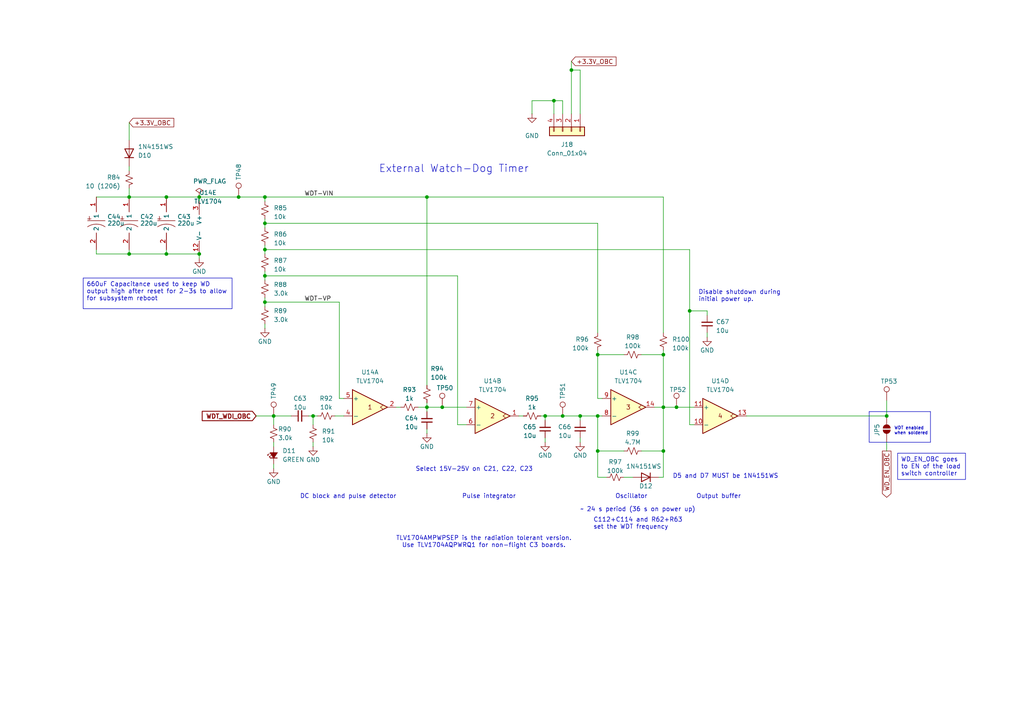
<source format=kicad_sch>
(kicad_sch (version 20250114) (generator "eeschema") (generator_version "9.0")
  (paper "A4")
  (lib_symbols
    (symbol "Connector:TestPoint" (pin_numbers (hide yes)) (pin_names (offset 0.762) (hide yes))
      (property "Reference" "TP" (at 0 6.858 0))
      (property "Value" "TestPoint" (at 0 5.08 0))
      (symbol "TestPoint_0_1"
        (circle (center 0 3.302) (radius 0.762))
      )
      (symbol "TestPoint_1_1"
        (pin passive line (at 0 0 90) (length 2.54) (name "1") (number "1"))
      )
    )
    (symbol "Connector_Generic:Conn_01x04" (pin_names (offset 1.016) (hide yes))
      (property "Reference" "J" (at 0 5.08 0))
      (property "Value" "Conn_01x04" (at 0 -7.62 0))
      (symbol "Conn_01x04_1_1"
        (rectangle (start -1.27 3.81) (end 1.27 -6.35) (stroke (width 0.254)) (fill (type background)))
        (rectangle (start -1.27 2.667) (end 0 2.413) (stroke (width 0.1524)))
        (rectangle (start -1.27 0.127) (end 0 -0.127) (stroke (width 0.1524)))
        (rectangle (start -1.27 -2.413) (end 0 -2.667) (stroke (width 0.1524)))
        (rectangle (start -1.27 -4.953) (end 0 -5.207) (stroke (width 0.1524)))
        (pin passive line (at -5.08 2.54 0) (length 3.81) (name "Pin_1") (number "1"))
        (pin passive line (at -5.08 0 0) (length 3.81) (name "Pin_2") (number "2"))
        (pin passive line (at -5.08 -2.54 0) (length 3.81) (name "Pin_3") (number "3"))
        (pin passive line (at -5.08 -5.08 0) (length 3.81) (name "Pin_4") (number "4"))
      )
    )
    (symbol "Device:C_Small" (pin_numbers (hide yes)) (pin_names (offset 0.254) (hide yes))
      (property "Reference" "C" (at 0.254 1.778 0))
      (property "Value" "C_Small" (at 0.254 -2.032 0))
      (symbol "C_Small_0_1"
        (polyline (pts (xy -1.524 0.508) (xy 1.524 0.508)) (stroke (width 0.3048)))
        (polyline (pts (xy -1.524 -0.508) (xy 1.524 -0.508)) (stroke (width 0.3302)))
      )
      (symbol "C_Small_1_1"
        (pin passive line (at 0 2.54 270) (length 2.032) (name "~") (number "1"))
        (pin passive line (at 0 -2.54 90) (length 2.032) (name "~") (number "2"))
      )
    )
    (symbol "Device:LED_Small_Filled" (pin_numbers (hide yes)) (pin_names (offset 0.254) (hide yes))
      (property "Reference" "D" (at -1.27 3.175 0))
      (property "Value" "LED_Small_Filled" (at -4.445 -2.54 0))
      (symbol "LED_Small_Filled_0_1"
        (polyline (pts (xy -0.762 -1.016) (xy -0.762 1.016)) (stroke (width 0.254)))
        (polyline (pts (xy 0 0.762) (xy -0.508 1.27) (xy -0.254 1.27) (xy -0.508 1.27) (xy -0.508 1.016)))
        (polyline (pts (xy 0.508 1.27) (xy 0 1.778) (xy 0.254 1.778) (xy 0 1.778) (xy 0 1.524)))
        (polyline (pts (xy 0.762 -1.016) (xy -0.762 0) (xy 0.762 1.016) (xy 0.762 -1.016)) (stroke (width 0.254)) (fill (type outline)))
        (polyline (pts (xy 1.016 0) (xy -0.762 0)))
      )
      (symbol "LED_Small_Filled_1_1"
        (pin passive line (at -2.54 0 0) (length 1.778) (name "K") (number "1"))
        (pin passive line (at 2.54 0 180) (length 1.778) (name "A") (number "2"))
      )
    )
    (symbol "Device:R_Small_US" (pin_numbers (hide yes)) (pin_names (offset 0.254) (hide yes))
      (property "Reference" "R" (at 0.762 0.508 0))
      (property "Value" "R_Small_US" (at 0.762 -1.016 0))
      (symbol "R_Small_US_1_1"
        (polyline (pts (xy 0 1.524) (xy 1.016 1.143) (xy 0 0.762) (xy -1.016 0.381) (xy 0 0)))
        (polyline (pts (xy 0 0) (xy 1.016 -0.381) (xy 0 -0.762) (xy -1.016 -1.143) (xy 0 -1.524)))
        (pin passive line (at 0 2.54 270) (length 1.016) (name "~") (number "1"))
        (pin passive line (at 0 -2.54 90) (length 1.016) (name "~") (number "2"))
      )
    )
    (symbol "EPS:1N4151WS" (pin_numbers (hide yes)) (pin_names (offset 1.016) (hide yes))
      (property "Reference" "D" (at 0 2.54 0))
      (property "Value" "1N4151WS" (at 0 -2.54 0))
      (symbol "1N4151WS_0_1"
        (polyline (pts (xy -1.27 1.27) (xy -1.27 -1.27)) (stroke (width 0.254)))
        (polyline (pts (xy 1.27 1.27) (xy 1.27 -1.27) (xy -1.27 0) (xy 1.27 1.27)) (stroke (width 0.254)))
        (polyline (pts (xy 1.27 0) (xy -1.27 0)))
      )
      (symbol "1N4151WS_1_1"
        (pin passive line (at -3.81 0 0) (length 2.54) (name "K") (number "1"))
        (pin passive line (at 3.81 0 180) (length 2.54) (name "A") (number "2"))
      )
    )
    (symbol "EPS:CA45-D-10V-220μF-K"
      (property "Reference" "C" (at 0 5.08 0))
      (property "Value" "220u" (at 0 -5.08 0))
      (symbol "CA45-D-10V-220μF-K_0_1"
        (arc (start -1.02 2.54) (mid -0.31 0.81) (end -0.25 0))
        (arc (start -0.25 0) (mid -0.27 -0.53) (end -1.02 -2.54))
        (polyline (pts (xy 0.76 2.54) (xy 0.76 -2.54)))
        (rectangle (start 1.02 2.03) (end 2.03 2.03) (fill (type background)))
        (rectangle (start 1.27 2.54) (end 1.27 1.52) (fill (type background)))
        (pin unspecified line (at -7.62 0 0) (length 4.826) (name "2") (number "2"))
        (pin unspecified line (at 7.62 0 180) (length 4.318) (name "1") (number "1"))
      )
    )
    (symbol "EPS:TLV1704AIPWR" (pin_names (offset 0.127))
      (property "Reference" "U13" (at 0 10.16 0))
      (property "Value" "TLV1704" (at 0 7.62 0))
      (symbol "TLV1704AIPWR_1_1"
        (polyline (pts (xy -5.08 5.08) (xy 5.08 0) (xy -5.08 -5.08) (xy -5.08 5.08)) (stroke (width 0.254)) (fill (type background)))
        (polyline (pts (xy 3.048 0) (xy 3.81 -0.635)))
        (polyline (pts (xy 3.81 0.635) (xy 3.048 0)))
        (text "1" (at 0 0 0) (effects (font (size 1.27 1.27))))
        (pin input line (at -7.62 2.54 0) (length 2.54) (name "+") (number "5"))
        (pin input line (at -7.62 -2.54 0) (length 2.54) (name "-") (number "4"))
        (pin open_collector line (at 7.62 0 180) (length 2.54) (name "~") (number "2"))
      )
      (symbol "TLV1704AIPWR_2_1"
        (polyline (pts (xy -5.08 5.08) (xy 5.08 0) (xy -5.08 -5.08) (xy -5.08 5.08)) (stroke (width 0.254)) (fill (type background)))
        (polyline (pts (xy 3.048 0) (xy 3.81 -0.635)))
        (polyline (pts (xy 3.81 0.635) (xy 3.048 0)))
        (text "2" (at 0 0 0) (effects (font (size 1.27 1.27))))
        (pin input line (at -7.62 2.54 0) (length 2.54) (name "+") (number "7"))
        (pin input line (at -7.62 -2.54 0) (length 2.54) (name "-") (number "6"))
        (pin open_collector line (at 7.62 0 180) (length 2.54) (name "~") (number "1"))
      )
      (symbol "TLV1704AIPWR_3_1"
        (polyline (pts (xy -5.08 5.08) (xy 5.08 0) (xy -5.08 -5.08) (xy -5.08 5.08)) (stroke (width 0.254)) (fill (type background)))
        (polyline (pts (xy 3.048 0) (xy 3.81 -0.635)))
        (polyline (pts (xy 3.81 0.635) (xy 3.048 0)))
        (text "3" (at 0 0 0) (effects (font (size 1.27 1.27))))
        (pin input line (at -7.62 2.54 0) (length 2.54) (name "+") (number "9"))
        (pin input line (at -7.62 -2.54 0) (length 2.54) (name "-") (number "8"))
        (pin open_collector line (at 7.62 0 180) (length 2.54) (name "~") (number "14"))
      )
      (symbol "TLV1704AIPWR_4_1"
        (polyline (pts (xy -5.08 5.08) (xy 5.08 0) (xy -5.08 -5.08) (xy -5.08 5.08)) (stroke (width 0.254)) (fill (type background)))
        (polyline (pts (xy 3.048 0) (xy 3.81 -0.635)))
        (polyline (pts (xy 3.81 0.635) (xy 3.048 0)))
        (text "4" (at 0 0 0) (effects (font (size 1.27 1.27))))
        (pin input line (at -7.62 2.54 0) (length 2.54) (name "+") (number "11"))
        (pin input line (at -7.62 -2.54 0) (length 2.54) (name "-") (number "10"))
        (pin open_collector line (at 7.62 0 180) (length 2.54) (name "~") (number "13"))
      )
      (symbol "TLV1704AIPWR_5_1"
        (pin power_in line (at -2.54 7.62 270) (length 3.81) (name "V+") (number "3"))
        (pin power_in line (at -2.54 -7.62 90) (length 3.81) (name "V-") (number "12"))
      )
    )
    (symbol "Jumper:SolderJumper_2_Open" (pin_numbers (hide yes)) (pin_names (offset 0) (hide yes)) (exclude_from_sim yes) (in_bom no)
      (property "Reference" "JP" (at 0 2.032 0))
      (property "Value" "SolderJumper_2_Open" (at 0 -2.54 0))
      (symbol "SolderJumper_2_Open_0_1"
        (polyline (pts (xy -0.254 1.016) (xy -0.254 -1.016)))
        (arc (start -0.254 -1.016) (mid -1.2656 0) (end -0.254 1.016))
        (arc (start -0.254 -1.016) (mid -1.2656 0) (end -0.254 1.016) (fill (type outline)))
        (arc (start 0.254 1.016) (mid 1.2656 0) (end 0.254 -1.016))
        (arc (start 0.254 1.016) (mid 1.2656 0) (end 0.254 -1.016) (fill (type outline)))
        (polyline (pts (xy 0.254 1.016) (xy 0.254 -1.016)))
      )
      (symbol "SolderJumper_2_Open_1_1"
        (pin passive line (at -3.81 0 0) (length 2.54) (name "A") (number "1"))
        (pin passive line (at 3.81 0 180) (length 2.54) (name "B") (number "2"))
      )
    )
    (symbol "power:GND" (power) (pin_numbers (hide yes)) (pin_names (offset 0) (hide yes))
      (property "Value" "GND" (at 0 -3.81 0))
      (symbol "GND_0_1"
        (polyline (pts (xy 0 0) (xy 0 -1.27) (xy 1.27 -1.27) (xy 0 -2.54) (xy -1.27 -1.27) (xy 0 -1.27)))
      )
      (symbol "GND_1_1"
        (pin power_in line (at 0 0 270) (length 0) (name "~") (number "1"))
      )
    )
    (symbol "power:PWR_FLAG" (power) (pin_numbers (hide yes)) (pin_names (offset 0) (hide yes))
      (property "Value" "PWR_FLAG" (at 0 3.81 0))
      (symbol "PWR_FLAG_0_0"
        (pin power_out line (at 0 0 90) (length 0) (name "~") (number "1"))
      )
      (symbol "PWR_FLAG_0_1"
        (polyline (pts (xy 0 0) (xy 0 1.27) (xy -1.016 1.905) (xy 0 2.54) (xy 1.016 1.905) (xy 0 1.27)))
      )
    )
  )
  (text "Oscillator" (at 178.435 144.78 0) (effects (font (size 1.27 1.27)) (justify left bottom)))
  (text "Output buffer" (at 201.93 144.78 0) (effects (font (size 1.27 1.27)) (justify left bottom)))
  (text "DC block and pulse detector" (at 86.995 144.78 0) (effects (font (size 1.27 1.27)) (justify left bottom)))
  (text "D5 and D7 MUST be 1N4151WS" (at 210.439 138.176 0) (effects (font (size 1.27 1.27))))
  (text "Disable shutdown during\ninitial power up." (at 202.565 87.63 0) (effects (font (size 1.27 1.27)) (justify left bottom)))
  (text "Select 15V-25V on C21, C22, C23" (at 137.541 136.144 0) (effects (font (size 1.27 1.27))))
  (text "Pulse integrator" (at 133.985 144.78 0) (effects (font (size 1.27 1.27)) (justify left bottom)))
  (text "WDT enabled\nwhen soldered" (at 259.334 126.238 0) (effects (font (size 0.889 0.889)) (justify left bottom)))
  (text "TLV1704AMPWPSEP is the radiation tolerant version.\nUse TLV1704AQPWRQ1 for non-flight C3 boards." (at 140.335 157.226 0) (effects (font (size 1.27 1.27))))
  (text "External Watch-Dog Timer" (at 109.855 50.292 0) (effects (font (size 2.159 2.159)) (justify left bottom)))
  (text "C112+C114 and R62+R63 \nset the WDT frequency" (at 172.085 153.67 0) (effects (font (size 1.27 1.27)) (justify left bottom)))
  (text "~ 24 s period (36 s on power up)" (at 168.275 148.59 0) (effects (font (size 1.27 1.27)) (justify left bottom)))
  (text_box "660uF Capacitance used to keep WD output high after reset for 2-3s to allow for subsystem reboot" (at 24.13 80.645 0) (size 43.18 8.89) (margins 0.9525 0.9525 0.9525 0.9525) (effects (font (size 1.27 1.27)) (justify left top)))
  (text_box "WD_EN_OBC goes to EN of the load switch controller" (at 260.35 131.445 0) (size 19.685 7.62) (margins 0.9525 0.9525 0.9525 0.9525) (effects (font (size 1.27 1.27)) (justify left top)))
  (junction (at 192.405 130.81))
  (junction (at 163.195 120.65))
  (junction (at 160.655 29.21))
  (junction (at 90.805 120.65))
  (junction (at 196.215 118.11))
  (junction (at 173.355 102.87))
  (junction (at 48.26 57.15))
  (junction (at 76.835 72.39))
  (junction (at 76.835 87.63))
  (junction (at 37.465 73.66))
  (junction (at 69.215 57.15))
  (junction (at 76.835 64.77))
  (junction (at 37.465 57.15))
  (junction (at 123.825 118.11))
  (junction (at 173.355 120.65))
  (junction (at 173.355 130.81))
  (junction (at 200.025 90.17))
  (junction (at 192.405 118.11))
  (junction (at 76.835 57.15))
  (junction (at 57.785 57.15))
  (junction (at 165.735 20.32))
  (junction (at 79.375 120.65))
  (junction (at 192.405 102.87))
  (junction (at 158.115 120.65))
  (junction (at 257.175 120.65))
  (junction (at 57.785 73.66))
  (junction (at 48.26 73.66))
  (junction (at 168.275 120.65))
  (junction (at 128.27 118.11))
  (junction (at 123.825 57.15))
  (junction (at 76.835 80.01))
  (wire (pts (xy 27.94 72.39) (xy 27.94 73.66)))
  (wire (pts (xy 257.175 128.27) (xy 257.175 130.81)))
  (wire (pts (xy 76.835 93.98) (xy 76.835 95.25)))
  (wire (pts (xy 192.405 102.87) (xy 192.405 118.11)))
  (wire (pts (xy 173.355 102.87) (xy 180.975 102.87)))
  (wire (pts (xy 69.215 57.15) (xy 76.835 57.15)))
  (wire (pts (xy 37.465 72.39) (xy 37.465 73.66)))
  (wire (pts (xy 74.295 120.65) (xy 79.375 120.65)))
  (wire (pts (xy 123.825 118.11) (xy 123.825 116.84)))
  (wire (pts (xy 37.465 54.61) (xy 37.465 57.15)))
  (wire (pts (xy 76.835 72.39) (xy 200.025 72.39)))
  (wire (pts (xy 128.27 118.11) (xy 135.255 118.11)))
  (wire (pts (xy 160.655 33.02) (xy 160.655 29.21)))
  (wire (pts (xy 79.375 123.19) (xy 79.375 120.65)))
  (wire (pts (xy 48.26 57.15) (xy 57.785 57.15)))
  (wire (pts (xy 98.425 115.57) (xy 99.695 115.57)))
  (wire (pts (xy 132.715 80.01) (xy 132.715 123.19)))
  (wire (pts (xy 200.025 123.19) (xy 201.295 123.19)))
  (wire (pts (xy 48.26 73.66) (xy 57.785 73.66)))
  (wire (pts (xy 57.785 57.15) (xy 69.215 57.15)))
  (wire (pts (xy 76.835 64.77) (xy 76.835 66.04)))
  (wire (pts (xy 57.785 74.93) (xy 57.785 73.66)))
  (wire (pts (xy 79.375 120.65) (xy 84.455 120.65)))
  (wire (pts (xy 76.835 80.01) (xy 76.835 81.28)))
  (wire (pts (xy 48.26 72.39) (xy 48.26 73.66)))
  (wire (pts (xy 76.835 80.01) (xy 132.715 80.01)))
  (wire (pts (xy 200.025 90.17) (xy 205.105 90.17)))
  (wire (pts (xy 37.465 73.66) (xy 48.26 73.66)))
  (wire (pts (xy 79.375 135.89) (xy 79.375 134.62)))
  (wire (pts (xy 173.355 130.81) (xy 173.355 120.65)))
  (wire (pts (xy 97.155 120.65) (xy 99.695 120.65)))
  (wire (pts (xy 165.735 17.78) (xy 165.735 20.32)))
  (wire (pts (xy 192.405 101.6) (xy 192.405 102.87)))
  (wire (pts (xy 180.975 130.81) (xy 173.355 130.81)))
  (wire (pts (xy 123.825 57.15) (xy 192.405 57.15)))
  (wire (pts (xy 160.655 29.21) (xy 163.195 29.21)))
  (wire (pts (xy 76.835 86.36) (xy 76.835 87.63)))
  (wire (pts (xy 173.355 96.52) (xy 173.355 64.77)))
  (wire (pts (xy 186.055 130.81) (xy 192.405 130.81)))
  (wire (pts (xy 158.115 120.65) (xy 158.115 121.92)))
  (wire (pts (xy 76.835 78.74) (xy 76.835 80.01)))
  (wire (pts (xy 123.825 57.15) (xy 76.835 57.15)))
  (wire (pts (xy 168.275 20.32) (xy 168.275 33.02)))
  (wire (pts (xy 37.465 35.56) (xy 37.465 40.64)))
  (wire (pts (xy 123.825 125.73) (xy 123.825 124.46)))
  (wire (pts (xy 76.835 64.77) (xy 173.355 64.77)))
  (wire (pts (xy 173.355 120.65) (xy 174.625 120.65)))
  (wire (pts (xy 76.835 87.63) (xy 76.835 88.9)))
  (wire (pts (xy 163.195 29.21) (xy 163.195 33.02)))
  (wire (pts (xy 160.655 29.21) (xy 154.305 29.21)))
  (wire (pts (xy 192.405 138.43) (xy 192.405 130.81)))
  (wire (pts (xy 165.735 33.02) (xy 165.735 20.32)))
  (wire (pts (xy 156.845 120.65) (xy 158.115 120.65)))
  (wire (pts (xy 158.115 120.65) (xy 163.195 120.65)))
  (wire (pts (xy 123.825 57.15) (xy 123.825 111.76)))
  (wire (pts (xy 173.355 138.43) (xy 173.355 130.81)))
  (wire (pts (xy 257.175 116.205) (xy 257.175 120.65)))
  (polyline (pts (xy 269.875 128.27) (xy 252.095 128.27)))
  (wire (pts (xy 27.94 57.15) (xy 37.465 57.15)))
  (wire (pts (xy 163.195 120.65) (xy 168.275 120.65)))
  (wire (pts (xy 173.355 101.6) (xy 173.355 102.87)))
  (wire (pts (xy 196.215 118.11) (xy 201.295 118.11)))
  (wire (pts (xy 168.275 121.92) (xy 168.275 120.65)))
  (wire (pts (xy 174.625 115.57) (xy 173.355 115.57)))
  (wire (pts (xy 165.735 20.32) (xy 168.275 20.32)))
  (wire (pts (xy 79.375 128.27) (xy 79.375 129.54)))
  (wire (pts (xy 205.105 97.79) (xy 205.105 96.52)))
  (wire (pts (xy 192.405 96.52) (xy 192.405 57.15)))
  (wire (pts (xy 200.025 90.17) (xy 200.025 123.19)))
  (wire (pts (xy 216.535 120.65) (xy 257.175 120.65)))
  (wire (pts (xy 98.425 87.63) (xy 98.425 115.57)))
  (wire (pts (xy 168.275 128.27) (xy 168.275 127)))
  (wire (pts (xy 76.835 63.5) (xy 76.835 64.77)))
  (wire (pts (xy 114.935 118.11) (xy 116.205 118.11)))
  (wire (pts (xy 168.275 120.65) (xy 173.355 120.65)))
  (wire (pts (xy 173.355 115.57) (xy 173.355 102.87)))
  (wire (pts (xy 200.025 72.39) (xy 200.025 90.17)))
  (wire (pts (xy 37.465 57.15) (xy 48.26 57.15)))
  (wire (pts (xy 150.495 120.65) (xy 151.765 120.65)))
  (wire (pts (xy 90.805 128.27) (xy 90.805 129.54)))
  (wire (pts (xy 154.305 29.21) (xy 154.305 33.02)))
  (polyline (pts (xy 252.095 128.27) (xy 252.095 119.38)))
  (wire (pts (xy 90.805 120.65) (xy 90.805 123.19)))
  (wire (pts (xy 123.825 118.11) (xy 123.825 119.38)))
  (wire (pts (xy 76.835 87.63) (xy 98.425 87.63)))
  (wire (pts (xy 173.355 138.43) (xy 175.895 138.43)))
  (polyline (pts (xy 269.875 119.38) (xy 269.875 128.27)))
  (wire (pts (xy 192.405 130.81) (xy 192.405 118.11)))
  (wire (pts (xy 76.835 71.12) (xy 76.835 72.39)))
  (polyline (pts (xy 252.095 119.38) (xy 269.875 119.38)))
  (wire (pts (xy 123.825 118.11) (xy 128.27 118.11)))
  (wire (pts (xy 189.865 118.11) (xy 192.405 118.11)))
  (wire (pts (xy 192.405 118.11) (xy 196.215 118.11)))
  (wire (pts (xy 180.975 138.43) (xy 183.515 138.43)))
  (wire (pts (xy 121.285 118.11) (xy 123.825 118.11)))
  (wire (pts (xy 57.785 58.42) (xy 57.785 57.15)))
  (wire (pts (xy 89.535 120.65) (xy 90.805 120.65)))
  (wire (pts (xy 76.835 58.42) (xy 76.835 57.15)))
  (wire (pts (xy 205.105 91.44) (xy 205.105 90.17)))
  (wire (pts (xy 37.465 48.26) (xy 37.465 49.53)))
  (wire (pts (xy 191.135 138.43) (xy 192.405 138.43)))
  (wire (pts (xy 158.115 128.27) (xy 158.115 127)))
  (wire (pts (xy 27.94 73.66) (xy 37.465 73.66)))
  (wire (pts (xy 186.055 102.87) (xy 192.405 102.87)))
  (wire (pts (xy 90.805 120.65) (xy 92.075 120.65)))
  (wire (pts (xy 76.835 72.39) (xy 76.835 73.66)))
  (wire (pts (xy 132.715 123.19) (xy 135.255 123.19)))
  (label "WDT-VP" (at 88.265 87.63 0))
  (label "WDT-VIN" (at 88.265 57.15 0))
  (global_label "WDT_WDI_OBC" (shape input) (at 74.295 120.65 180) (effects (font (thickness 0.254) (bold yes))) (property "Intersheetrefs" "${INTERSHEET_REFS}" (effects (hide yes))))
  (global_label "+3.3V_OBC" (shape input) (at 165.735 17.78 0) (property "Intersheetrefs" "${INTERSHEET_REFS}" (effects (hide yes))))
  (global_label "+3.3V_OBC" (shape input) (at 37.465 35.56 0) (property "Intersheetrefs" "${INTERSHEET_REFS}" (effects (hide yes))))
  (global_label "~{WD_EN_OBC}" (shape output) (at 257.175 130.81 270) (property "Intersheetrefs" "${INTERSHEET_REFS}" (effects (hide yes))))
  (symbol (lib_id "Device:R_Small_US") (at 76.835 68.58 0) (unit 1)
    (property "Reference" "R86" (at 79.375 67.945 0) (effects (justify left)))
    (property "Value" "10k" (at 79.375 70.485 0) (effects (justify left)))
    (property "Footprint" "Resistor_SMD:R_0603_1608Metric" (effects (hide yes)))
    (property "Description" "Resistor, small US symbol" (effects (hide yes)))
    (property "DPN" "RMCF0603FT10K0CT-ND" (effects (hide yes)))
    (property "DST" "Digi-Key" (effects (hide yes)))
    (property "MFR" "Stackpole Electronics Inc" (effects (hide yes)))
    (property "MPN" "RMCF0603FT10K0" (effects (hide yes)))
    (property "LCSC" "C13564" (effects (hide yes)))
  )
  (symbol (lib_id "EPS:TLV1704AIPWR") (at 208.915 120.65 0) (unit 4)
    (property "Reference" "U14" (at 208.915 110.49 0))
    (property "Value" "TLV1704" (at 208.915 113.03 0))
    (property "Footprint" "Package_SO:TSSOP-14_4.4x5mm_P0.65mm" (effects (hide yes)))
    (property "Datasheet" "https://www.ti.com/lit/ds/symlink/tlv1704-sep.pdf" (effects (hide yes)))
    (property "Description" "Analog Comparators 2.2-V to 36-V, radiation tolerant microPower quad comparator in space enhanced plastic 14-TSSOP -55 to 125" (effects (hide yes)))
    (property "MFR" "Texas Instruments" (effects (hide yes)))
    (property "MPN" "TLV1704AQPWRQ1" (effects (hide yes)))
    (property "DST" "Digi-Key" (effects (hide yes)))
    (property "DPN" "296-43799-2-ND" (effects (hide yes)))
    (property "LCSC" "C181596" (effects (hide yes)))
  )
  (symbol (lib_id "Connector:TestPoint") (at 257.175 116.205 0) (unit 1)
    (property "Reference" "TP53" (at 255.397 110.617 0) (effects (justify left)))
    (property "Value" "TestPoint" (effects (hide yes)))
    (property "Footprint" "TestPoint:TestPoint_Pad_1.0x1.0mm" (effects (hide yes)))
    (property "Description" "test point" (effects (hide yes)))
  )
  (symbol (lib_id "EPS:TLV1704AIPWR") (at 60.325 66.04 0) (unit 5)
    (property "Reference" "U14" (at 60.325 55.88 0))
    (property "Value" "TLV1704" (at 60.325 58.42 0))
    (property "Footprint" "Package_SO:TSSOP-14_4.4x5mm_P0.65mm" (effects (hide yes)))
    (property "Datasheet" "https://www.ti.com/lit/ds/symlink/tlv1704-sep.pdf" (effects (hide yes)))
    (property "Description" "Analog Comparators 2.2-V to 36-V, radiation tolerant microPower quad comparator in space enhanced plastic 14-TSSOP -55 to 125" (effects (hide yes)))
    (property "MFR" "Texas Instruments" (effects (hide yes)))
    (property "MPN" "TLV1704AQPWRQ1" (effects (hide yes)))
    (property "DST" "Digi-Key" (effects (hide yes)))
    (property "DPN" "296-43799-2-ND" (effects (hide yes)))
    (property "LCSC" "C181596" (effects (hide yes)))
  )
  (symbol (lib_id "EPS:TLV1704AIPWR") (at 142.875 120.65 0) (unit 2)
    (property "Reference" "U14" (at 142.875 110.49 0))
    (property "Value" "TLV1704" (at 142.875 113.03 0))
    (property "Footprint" "Package_SO:TSSOP-14_4.4x5mm_P0.65mm" (effects (hide yes)))
    (property "Datasheet" "https://www.ti.com/lit/ds/symlink/tlv1704-sep.pdf" (effects (hide yes)))
    (property "Description" "Analog Comparators 2.2-V to 36-V, radiation tolerant microPower quad comparator in space enhanced plastic 14-TSSOP -55 to 125" (effects (hide yes)))
    (property "MFR" "Texas Instruments" (effects (hide yes)))
    (property "MPN" "TLV1704AQPWRQ1" (effects (hide yes)))
    (property "DST" "Digi-Key" (effects (hide yes)))
    (property "DPN" "296-43799-2-ND" (effects (hide yes)))
    (property "LCSC" "C181596" (effects (hide yes)))
  )
  (symbol (lib_id "power:GND") (at 123.825 125.73 0) (unit 1)
    (property "Reference" "#PWR091" (effects (hide yes)))
    (property "Value" "GND" (at 123.825 129.54 0))
    (property "Description" "Power symbol creates a global label with name \"GND\" , ground" (effects (hide yes)))
  )
  (symbol (lib_id "Device:R_Small_US") (at 183.515 130.81 270) (unit 1)
    (property "Reference" "R99" (at 183.515 125.73 90))
    (property "Value" "4.7M" (at 183.515 128.27 90))
    (property "Footprint" "Resistor_SMD:R_0603_1608Metric" (effects (hide yes)))
    (property "Description" "Resistor, small US symbol" (effects (hide yes)))
    (property "DPN" "RMCF0603FT4M70CT-ND" (effects (hide yes)))
    (property "DST" "Digi-Key" (effects (hide yes)))
    (property "MFR" "Stackpole Electronics Inc" (effects (hide yes)))
    (property "MPN" "RMCF0603FT4M70" (effects (hide yes)))
  )
  (symbol (lib_id "Device:R_Small_US") (at 76.835 91.44 0) (unit 1)
    (property "Reference" "R89" (at 79.375 90.17 0) (effects (justify left)))
    (property "Value" "3.0k" (at 79.375 92.71 0) (effects (justify left)))
    (property "Footprint" "Resistor_SMD:R_0603_1608Metric" (effects (hide yes)))
    (property "Description" "Resistor, small US symbol" (effects (hide yes)))
    (property "DPN" "RMCF0603FT3K00CT-ND" (effects (hide yes)))
    (property "DST" "Digi-Key" (effects (hide yes)))
    (property "MFR" "Stackpole Electronics Inc" (effects (hide yes)))
    (property "MPN" "RMCF0603FT3K00" (effects (hide yes)))
    (property "LCSC" "C4211" (effects (hide yes)))
  )
  (symbol (lib_id "power:GND") (at 79.375 135.89 0) (unit 1)
    (property "Reference" "#PWR089" (effects (hide yes)))
    (property "Value" "GND" (at 79.375 139.7 0))
    (property "Description" "Power symbol creates a global label with name \"GND\" , ground" (effects (hide yes)))
  )
  (symbol (lib_id "Connector_Generic:Conn_01x04") (at 165.735 38.1 270) (unit 1)
    (property "Reference" "J18" (at 164.465 41.91 90))
    (property "Value" "Conn_01x04" (at 164.465 44.45 90))
    (property "Footprint" "Connector_PinSocket_2.54mm:PinSocket_1x04_P2.54mm_Vertical" (effects (hide yes)))
    (property "Description" "Generic connector, single row, 01x04, script generated (kicad-library-utils/schlib/autogen/connector/)" (effects (hide yes)))
  )
  (symbol (lib_id "Connector:TestPoint") (at 196.215 118.11 0) (unit 1)
    (property "Reference" "TP52" (at 194.183 113.03 0) (effects (justify left)))
    (property "Value" "TestPoint" (effects (hide yes)))
    (property "Footprint" "TestPoint:TestPoint_Pad_1.0x1.0mm" (effects (hide yes)))
    (property "Description" "test point" (effects (hide yes)))
  )
  (symbol (lib_id "Device:R_Small_US") (at 192.405 99.06 180) (unit 1)
    (property "Reference" "R100" (at 194.945 98.425 0) (effects (justify right)))
    (property "Value" "100k" (at 194.945 100.965 0) (effects (justify right)))
    (property "Footprint" "Resistor_SMD:R_0603_1608Metric" (effects (hide yes)))
    (property "Description" "Resistor, small US symbol" (effects (hide yes)))
    (property "DPN" "RMCF0603FT100KCT-ND" (effects (hide yes)))
    (property "DST" "Digi-Key" (effects (hide yes)))
    (property "MFR" "Stackpole Electronics Inc" (effects (hide yes)))
    (property "MPN" "RMCF0603FT100K" (effects (hide yes)))
    (property "LCSC" "C14675" (effects (hide yes)))
  )
  (symbol (lib_id "Device:C_Small") (at 123.825 121.92 0) (mirror x) (unit 1)
    (property "Reference" "C64" (at 121.285 121.2786 0) (effects (justify right)))
    (property "Value" "10u" (at 121.285 123.8186 0) (effects (justify right)))
    (property "Footprint" "Capacitor_SMD:C_1210_3225Metric" (effects (hide yes)))
    (property "Description" "Unpolarized capacitor, small symbol" (effects (hide yes)))
    (property "DPN" "490-12317-1-ND" (effects (hide yes)))
    (property "DST" "Digi-Key" (effects (hide yes)))
    (property "MFR" "Murata" (effects (hide yes)))
    (property "MPN" "GRT188R61C106KE13D" (effects (hide yes)))
  )
  (symbol (lib_id "Device:C_Small") (at 168.275 124.46 0) (mirror x) (unit 1)
    (property "Reference" "C66" (at 165.735 123.8186 0) (effects (justify right)))
    (property "Value" "10u" (at 165.735 126.3586 0) (effects (justify right)))
    (property "Footprint" "Capacitor_SMD:C_1210_3225Metric" (effects (hide yes)))
    (property "Description" "Unpolarized capacitor, small symbol" (effects (hide yes)))
    (property "DPN" "490-12317-1-ND" (effects (hide yes)))
    (property "DST" "Digi-Key" (effects (hide yes)))
    (property "MFR" "Murata" (effects (hide yes)))
    (property "MPN" "GRT188R61C106KE13D" (effects (hide yes)))
  )
  (symbol (lib_id "Device:R_Small_US") (at 90.805 125.73 0) (unit 1)
    (property "Reference" "R91" (at 93.345 125.095 0) (effects (justify left)))
    (property "Value" "10k" (at 93.345 127.635 0) (effects (justify left)))
    (property "Footprint" "Resistor_SMD:R_0603_1608Metric" (effects (hide yes)))
    (property "Description" "Resistor, small US symbol" (effects (hide yes)))
    (property "DPN" "RMCF0603FT10K0CT-ND" (effects (hide yes)))
    (property "DST" "Digi-Key" (effects (hide yes)))
    (property "MFR" "Stackpole Electronics Inc" (effects (hide yes)))
    (property "MPN" "RMCF0603FT10K0" (effects (hide yes)))
    (property "LCSC" "C13564" (effects (hide yes)))
  )
  (symbol (lib_id "EPS:CA45-D-10V-220μF-K") (at 37.465 64.77 90) (unit 1)
    (property "Reference" "C42" (at 40.64 62.865 90) (effects (justify right)))
    (property "Value" "220u" (at 40.64 64.77 90) (effects (justify right)))
    (property "Footprint" "EPS:CASE-D_7343" (effects (hide yes)))
    (property "Datasheet" "https://lcsc.com/product-detail/Tantalum-Capacitors_220uF-227-10-10V_C171665.html" (effects (hide yes)))
    (property "Description" "CA45-D-10V-220μF-K" (effects (hide yes)))
    (property "LCSC Part" "C171665" (effects (hide yes)))
  )
  (symbol (lib_id "Device:C_Small") (at 205.105 93.98 180) (unit 1)
    (property "Reference" "C67" (at 207.645 93.3386 0) (effects (justify right)))
    (property "Value" "10u" (at 207.645 95.8786 0) (effects (justify right)))
    (property "Footprint" "Capacitor_SMD:C_1210_3225Metric" (effects (hide yes)))
    (property "Description" "Unpolarized capacitor, small symbol" (effects (hide yes)))
    (property "DPN" "490-12317-1-ND" (effects (hide yes)))
    (property "DST" "Digi-Key" (effects (hide yes)))
    (property "MFR" "Murata" (effects (hide yes)))
    (property "MPN" "GRT188R61C106KE13D" (effects (hide yes)))
  )
  (symbol (lib_id "Device:R_Small_US") (at 76.835 60.96 0) (unit 1)
    (property "Reference" "R85" (at 79.375 60.325 0) (effects (justify left)))
    (property "Value" "10k" (at 79.375 62.865 0) (effects (justify left)))
    (property "Footprint" "Resistor_SMD:R_0603_1608Metric" (effects (hide yes)))
    (property "Description" "Resistor, small US symbol" (effects (hide yes)))
    (property "DPN" "RMCF0603FT10K0CT-ND" (effects (hide yes)))
    (property "DST" "Digi-Key" (effects (hide yes)))
    (property "MFR" "Stackpole Electronics Inc" (effects (hide yes)))
    (property "MPN" "RMCF0603FT10K0" (effects (hide yes)))
    (property "LCSC" "C13564" (effects (hide yes)))
  )
  (symbol (lib_id "Device:R_Small_US") (at 183.515 102.87 90) (unit 1)
    (property "Reference" "R98" (at 183.515 97.79 90))
    (property "Value" "100k" (at 183.515 100.33 90))
    (property "Footprint" "Resistor_SMD:R_0603_1608Metric" (effects (hide yes)))
    (property "Description" "Resistor, small US symbol" (effects (hide yes)))
    (property "DPN" "RMCF0603FT100KCT-ND" (effects (hide yes)))
    (property "DST" "Digi-Key" (effects (hide yes)))
    (property "MFR" "Stackpole Electronics Inc" (effects (hide yes)))
    (property "MPN" "RMCF0603FT100K" (effects (hide yes)))
    (property "LCSC" "C14675" (effects (hide yes)))
  )
  (symbol (lib_id "Connector:TestPoint") (at 79.375 120.65 0) (unit 1)
    (property "Reference" "TP49" (at 79.375 115.824 90) (effects (justify left)))
    (property "Value" "TestPoint" (effects (hide yes)))
    (property "Footprint" "TestPoint:TestPoint_Pad_1.0x1.0mm" (effects (hide yes)))
    (property "Description" "test point" (effects (hide yes)))
  )
  (symbol (lib_id "EPS:TLV1704AIPWR") (at 182.245 118.11 0) (unit 3)
    (property "Reference" "U14" (at 182.245 107.95 0))
    (property "Value" "TLV1704" (at 182.245 110.49 0))
    (property "Footprint" "Package_SO:TSSOP-14_4.4x5mm_P0.65mm" (effects (hide yes)))
    (property "Datasheet" "https://www.ti.com/lit/ds/symlink/tlv1704-sep.pdf" (effects (hide yes)))
    (property "Description" "Analog Comparators 2.2-V to 36-V, radiation tolerant microPower quad comparator in space enhanced plastic 14-TSSOP -55 to 125" (effects (hide yes)))
    (property "MFR" "Texas Instruments" (effects (hide yes)))
    (property "MPN" "TLV1704AQPWRQ1" (effects (hide yes)))
    (property "DST" "Digi-Key" (effects (hide yes)))
    (property "DPN" "296-43799-2-ND" (effects (hide yes)))
    (property "LCSC" "C181596" (effects (hide yes)))
  )
  (symbol (lib_id "power:PWR_FLAG") (at 57.785 57.15 0) (unit 1)
    (property "Reference" "#FLG012" (effects (hide yes)))
    (property "Value" "PWR_FLAG" (at 60.833 52.578 0))
    (property "Description" "Special symbol for telling ERC where power comes from" (effects (hide yes)))
  )
  (symbol (lib_id "Connector:TestPoint") (at 163.195 120.65 0) (unit 1)
    (property "Reference" "TP51" (at 163.195 115.824 90) (effects (justify left)))
    (property "Value" "TestPoint" (effects (hide yes)))
    (property "Footprint" "TestPoint:TestPoint_Pad_1.0x1.0mm" (effects (hide yes)))
    (property "Description" "test point" (effects (hide yes)))
  )
  (symbol (lib_id "Jumper:SolderJumper_2_Open") (at 257.175 124.46 270) (unit 1)
    (property "Reference" "JP5" (at 254.381 124.714 0))
    (property "Value" "SolderJumper_2_Open" (effects (hide yes)))
    (property "Footprint" "Jumper:SolderJumper-2_P1.3mm_Open_RoundedPad1.0x1.5mm" (effects (hide yes)))
    (property "Description" "Solder Jumper, 2-pole, open" (effects (hide yes)))
  )
  (symbol (lib_id "Device:R_Small_US") (at 37.465 52.07 0) (mirror y) (unit 1)
    (property "Reference" "R84" (at 34.925 51.435 0) (effects (justify left)))
    (property "Value" "10 (1206)" (at 34.925 53.975 0) (effects (justify left)))
    (property "Footprint" "Resistor_SMD:R_1206_3216Metric" (effects (hide yes)))
    (property "Description" "Resistor, small US symbol" (effects (hide yes)))
    (property "DPN" "RHM10.0AFCT-ND" (effects (hide yes)))
    (property "DST" "Digi-Key" (effects (hide yes)))
    (property "MFR" "Rohm Semiconductor" (effects (hide yes)))
    (property "MPN" "ESR18EZPF10R0" (effects (hide yes)))
    (property "LCSC" "C17903" (effects (hide yes)))
  )
  (symbol (lib_id "Device:C_Small") (at 86.995 120.65 90) (unit 1)
    (property "Reference" "C63" (at 87.0013 115.57 90))
    (property "Value" "10u" (at 87.0013 118.11 90))
    (property "Footprint" "Capacitor_SMD:C_1210_3225Metric" (effects (hide yes)))
    (property "Description" "Unpolarized capacitor, small symbol" (effects (hide yes)))
    (property "DPN" "490-12317-1-ND" (effects (hide yes)))
    (property "DST" "Digi-Key" (effects (hide yes)))
    (property "MFR" "Murata" (effects (hide yes)))
    (property "MPN" "GRT188R61C106KE13D" (effects (hide yes)))
  )
  (symbol (lib_id "Connector:TestPoint") (at 69.215 57.15 0) (unit 1)
    (property "Reference" "TP48" (at 69.215 52.324 90) (effects (justify left)))
    (property "Value" "TestPoint" (effects (hide yes)))
    (property "Footprint" "TestPoint:TestPoint_Pad_1.0x1.0mm" (effects (hide yes)))
    (property "Description" "test point" (effects (hide yes)))
  )
  (symbol (lib_id "Device:R_Small_US") (at 178.435 138.43 270) (unit 1)
    (property "Reference" "R97" (at 178.435 133.985 90))
    (property "Value" "100k" (at 178.435 136.525 90))
    (property "Footprint" "Resistor_SMD:R_0603_1608Metric" (effects (hide yes)))
    (property "Description" "Resistor, small US symbol" (effects (hide yes)))
    (property "DPN" "RMCF0603FT100KCT-ND" (effects (hide yes)))
    (property "DST" "Digi-Key" (effects (hide yes)))
    (property "MFR" "Stackpole Electronics Inc" (effects (hide yes)))
    (property "MPN" "RMCF0603FT100K" (effects (hide yes)))
    (property "LCSC" "C14675" (effects (hide yes)))
  )
  (symbol (lib_id "Device:C_Small") (at 158.115 124.46 0) (mirror x) (unit 1)
    (property "Reference" "C65" (at 155.575 123.8186 0) (effects (justify right)))
    (property "Value" "10u" (at 155.575 126.3586 0) (effects (justify right)))
    (property "Footprint" "Capacitor_SMD:C_1210_3225Metric" (effects (hide yes)))
    (property "Description" "Unpolarized capacitor, small symbol" (effects (hide yes)))
    (property "DPN" "490-12317-1-ND" (effects (hide yes)))
    (property "DST" "Digi-Key" (effects (hide yes)))
    (property "MFR" "Murata" (effects (hide yes)))
    (property "MPN" "GRT188R61C106KE13D" (effects (hide yes)))
  )
  (symbol (lib_id "Device:R_Small_US") (at 173.355 99.06 0) (mirror x) (unit 1)
    (property "Reference" "R96" (at 170.815 98.425 0) (effects (justify right)))
    (property "Value" "100k" (at 170.815 100.965 0) (effects (justify right)))
    (property "Footprint" "Resistor_SMD:R_0603_1608Metric" (effects (hide yes)))
    (property "Description" "Resistor, small US symbol" (effects (hide yes)))
    (property "DPN" "RMCF0603FT100KCT-ND" (effects (hide yes)))
    (property "DST" "Digi-Key" (effects (hide yes)))
    (property "MFR" "Stackpole Electronics Inc" (effects (hide yes)))
    (property "MPN" "RMCF0603FT100K" (effects (hide yes)))
    (property "LCSC" "C14675" (effects (hide yes)))
  )
  (symbol (lib_id "EPS:CA45-D-10V-220μF-K") (at 27.94 64.77 90) (unit 1)
    (property "Reference" "C44" (at 31.115 62.865 90) (effects (justify right)))
    (property "Value" "220u" (at 31.115 64.77 90) (effects (justify right)))
    (property "Footprint" "EPS:CASE-D_7343" (effects (hide yes)))
    (property "Datasheet" "https://lcsc.com/product-detail/Tantalum-Capacitors_220uF-227-10-10V_C171665.html" (effects (hide yes)))
    (property "Description" "CA45-D-10V-220μF-K" (effects (hide yes)))
    (property "LCSC Part" "C171665" (effects (hide yes)))
  )
  (symbol (lib_id "Device:R_Small_US") (at 154.305 120.65 90) (unit 1)
    (property "Reference" "R95" (at 154.305 115.57 90))
    (property "Value" "1k" (at 154.305 118.11 90))
    (property "Footprint" "Resistor_SMD:R_0603_1608Metric" (effects (hide yes)))
    (property "Description" "Resistor, small US symbol" (effects (hide yes)))
    (property "DPN" "RMCF0603FT1K00CT-ND" (effects (hide yes)))
    (property "DST" "Digi-Key" (effects (hide yes)))
    (property "MFR" "Stackpole Electronics Inc" (effects (hide yes)))
    (property "MPN" "RMCF0603FT1K00" (effects (hide yes)))
    (property "LCSC" "C13163" (effects (hide yes)))
  )
  (symbol (lib_id "power:GND") (at 205.105 97.79 0) (mirror y) (unit 1)
    (property "Reference" "#PWR096" (effects (hide yes)))
    (property "Value" "GND" (at 205.105 101.6 0))
    (property "Description" "Power symbol creates a global label with name \"GND\" , ground" (effects (hide yes)))
  )
  (symbol (lib_id "Device:R_Small_US") (at 123.825 114.3 0) (unit 1)
    (property "Reference" "R94" (at 124.841 106.934 0) (effects (justify left)))
    (property "Value" "100k" (at 124.841 109.474 0) (effects (justify left)))
    (property "Footprint" "Resistor_SMD:R_0603_1608Metric" (effects (hide yes)))
    (property "Description" "Resistor, small US symbol" (effects (hide yes)))
    (property "DPN" "RMCF0603FT100KCT-ND" (effects (hide yes)))
    (property "DST" "Digi-Key" (effects (hide yes)))
    (property "MFR" "Stackpole Electronics Inc" (effects (hide yes)))
    (property "MPN" "RMCF0603FT100K" (effects (hide yes)))
    (property "LCSC" "C14675" (effects (hide yes)))
  )
  (symbol (lib_id "power:GND") (at 76.835 95.25 0) (unit 1)
    (property "Reference" "#PWR088" (effects (hide yes)))
    (property "Value" "GND" (at 76.835 99.06 0))
    (property "Description" "Power symbol creates a global label with name \"GND\" , ground" (effects (hide yes)))
  )
  (symbol (lib_id "power:GND") (at 168.275 128.27 0) (mirror y) (unit 1)
    (property "Reference" "#PWR094" (effects (hide yes)))
    (property "Value" "GND" (at 168.275 132.08 0))
    (property "Description" "Power symbol creates a global label with name \"GND\" , ground" (effects (hide yes)))
  )
  (symbol (lib_id "Device:R_Small_US") (at 118.745 118.11 90) (unit 1)
    (property "Reference" "R93" (at 118.745 113.03 90))
    (property "Value" "1k" (at 118.745 115.57 90))
    (property "Footprint" "Resistor_SMD:R_0603_1608Metric" (effects (hide yes)))
    (property "Description" "Resistor, small US symbol" (effects (hide yes)))
    (property "DPN" "RMCF0603FT1K00CT-ND" (effects (hide yes)))
    (property "DST" "Digi-Key" (effects (hide yes)))
    (property "MFR" "Stackpole Electronics Inc" (effects (hide yes)))
    (property "MPN" "RMCF0603FT1K00" (effects (hide yes)))
    (property "LCSC" "C13163" (effects (hide yes)))
  )
  (symbol (lib_id "power:GND") (at 154.305 33.02 0) (unit 1)
    (property "Reference" "#PWR092" (effects (hide yes)))
    (property "Value" "GND" (at 154.305 39.37 0))
    (property "Description" "Power symbol creates a global label with name \"GND\" , ground" (effects (hide yes)))
  )
  (symbol (lib_id "power:GND") (at 158.115 128.27 0) (mirror y) (unit 1)
    (property "Reference" "#PWR093" (effects (hide yes)))
    (property "Value" "GND" (at 158.115 132.08 0))
    (property "Description" "Power symbol creates a global label with name \"GND\" , ground" (effects (hide yes)))
  )
  (symbol (lib_id "EPS:1N4151WS") (at 187.325 138.43 180) (unit 1)
    (property "Reference" "D12" (at 187.325 140.97 0))
    (property "Value" "1N4151WS" (at 186.69 135.255 0))
    (property "Footprint" "EPS:SODFL2512X100N" (effects (hide yes)))
    (property "Datasheet" "https://www.vishay.com/docs/85412/1n4151wsg.pdf" (effects (hide yes)))
    (property "Description" "Diode" (effects (hide yes)))
    (property "DPN" "112-1N4151WS-E3-08CT-ND" (effects (hide yes)))
    (property "DST" "Digi-Key" (effects (hide yes)))
    (property "MFR" "Vishay" (effects (hide yes)))
    (property "MPN" "1N4151WS-E3-08" (effects (hide yes)))
    (property "Sim.Device" "D" (effects (hide yes)))
    (property "Sim.Pins" "1=K 2=A" (effects (hide yes)))
  )
  (symbol (lib_id "Connector:TestPoint") (at 128.27 118.11 0) (unit 1)
    (property "Reference" "TP50" (at 126.619 112.522 0) (effects (justify left)))
    (property "Value" "TestPoint" (effects (hide yes)))
    (property "Footprint" "TestPoint:TestPoint_Pad_1.0x1.0mm" (effects (hide yes)))
    (property "Description" "test point" (effects (hide yes)))
  )
  (symbol (lib_id "Device:R_Small_US") (at 79.375 125.73 0) (unit 1)
    (property "Reference" "R90" (at 80.645 124.46 0) (effects (justify left)))
    (property "Value" "3.0k" (at 80.645 127 0) (effects (justify left)))
    (property "Footprint" "Resistor_SMD:R_0603_1608Metric" (effects (hide yes)))
    (property "Description" "Resistor, small US symbol" (effects (hide yes)))
    (property "DPN" "RMCF0603FT3K00CT-ND" (effects (hide yes)))
    (property "DST" "Digi-Key" (effects (hide yes)))
    (property "MFR" "Stackpole Electronics Inc" (effects (hide yes)))
    (property "MPN" "RMCF0603FT3K00" (effects (hide yes)))
    (property "LCSC" "C4211" (effects (hide yes)))
  )
  (symbol (lib_id "EPS:1N4151WS") (at 37.465 44.45 270) (mirror x) (unit 1)
    (property "Reference" "D10" (at 40.005 45.085 90) (effects (justify left)))
    (property "Value" "1N4151WS" (at 40.005 42.545 90) (effects (justify left)))
    (property "Footprint" "EPS:SODFL2512X100N" (effects (hide yes)))
    (property "Datasheet" "https://www.vishay.com/docs/85412/1n4151wsg.pdf" (effects (hide yes)))
    (property "Description" "Diode" (effects (hide yes)))
    (property "DPN" "112-1N4151WS-E3-08CT-ND" (effects (hide yes)))
    (property "DST" "Digi-Key" (effects (hide yes)))
    (property "MFR" "Vishay" (effects (hide yes)))
    (property "MPN" "1N4151WS-E3-08" (effects (hide yes)))
    (property "Sim.Device" "D" (effects (hide yes)))
    (property "Sim.Pins" "1=K 2=A" (effects (hide yes)))
  )
  (symbol (lib_id "Device:R_Small_US") (at 94.615 120.65 90) (unit 1)
    (property "Reference" "R92" (at 94.615 115.57 90))
    (property "Value" "10k" (at 94.615 118.11 90))
    (property "Footprint" "Resistor_SMD:R_0603_1608Metric" (effects (hide yes)))
    (property "Description" "Resistor, small US symbol" (effects (hide yes)))
    (property "DPN" "RMCF0603FT10K0CT-ND" (effects (hide yes)))
    (property "DST" "Digi-Key" (effects (hide yes)))
    (property "MFR" "Stackpole Electronics Inc" (effects (hide yes)))
    (property "MPN" "RMCF0603FT10K0" (effects (hide yes)))
    (property "LCSC" "C13564" (effects (hide yes)))
  )
  (symbol (lib_id "EPS:TLV1704AIPWR") (at 107.315 118.11 0) (unit 1)
    (property "Reference" "U14" (at 107.315 107.95 0))
    (property "Value" "TLV1704" (at 107.315 110.49 0))
    (property "Footprint" "Package_SO:TSSOP-14_4.4x5mm_P0.65mm" (effects (hide yes)))
    (property "Datasheet" "https://www.ti.com/lit/ds/symlink/tlv1704-sep.pdf" (effects (hide yes)))
    (property "Description" "Analog Comparators 2.2-V to 36-V, radiation tolerant microPower quad comparator in space enhanced plastic 14-TSSOP -55 to 125" (effects (hide yes)))
    (property "MFR" "Texas Instruments" (effects (hide yes)))
    (property "MPN" "TLV1704AQPWRQ1" (effects (hide yes)))
    (property "DST" "Digi-Key" (effects (hide yes)))
    (property "DPN" "296-43799-2-ND" (effects (hide yes)))
    (property "LCSC" "C181596" (effects (hide yes)))
  )
  (symbol (lib_id "Device:R_Small_US") (at 76.835 76.2 0) (unit 1)
    (property "Reference" "R87" (at 79.375 75.565 0) (effects (justify left)))
    (property "Value" "10k" (at 79.375 78.105 0) (effects (justify left)))
    (property "Footprint" "Resistor_SMD:R_0603_1608Metric" (effects (hide yes)))
    (property "Description" "Resistor, small US symbol" (effects (hide yes)))
    (property "DPN" "RMCF0603FT10K0CT-ND" (effects (hide yes)))
    (property "DST" "Digi-Key" (effects (hide yes)))
    (property "MFR" "Stackpole Electronics Inc" (effects (hide yes)))
    (property "MPN" "RMCF0603FT10K0" (effects (hide yes)))
    (property "LCSC" "C13564" (effects (hide yes)))
  )
  (symbol (lib_id "EPS:CA45-D-10V-220μF-K") (at 48.26 64.77 90) (unit 1)
    (property "Reference" "C43" (at 51.435 62.865 90) (effects (justify right)))
    (property "Value" "220u" (at 51.435 64.77 90) (effects (justify right)))
    (property "Footprint" "EPS:CASE-D_7343" (effects (hide yes)))
    (property "Datasheet" "https://lcsc.com/product-detail/Tantalum-Capacitors_220uF-227-10-10V_C171665.html" (effects (hide yes)))
    (property "Description" "CA45-D-10V-220μF-K" (effects (hide yes)))
    (property "LCSC Part" "C171665" (effects (hide yes)))
  )
  (symbol (lib_id "power:GND") (at 57.785 74.93 0) (mirror y) (unit 1)
    (property "Reference" "#PWR087" (effects (hide yes)))
    (property "Value" "GND" (at 57.785 78.74 0))
    (property "Description" "Power symbol creates a global label with name \"GND\" , ground" (effects (hide yes)))
  )
  (symbol (lib_id "Device:R_Small_US") (at 76.835 83.82 0) (unit 1)
    (property "Reference" "R88" (at 79.375 82.55 0) (effects (justify left)))
    (property "Value" "3.0k" (at 79.375 85.09 0) (effects (justify left)))
    (property "Footprint" "Resistor_SMD:R_0603_1608Metric" (effects (hide yes)))
    (property "Description" "Resistor, small US symbol" (effects (hide yes)))
    (property "DPN" "RMCF0603FT3K00CT-ND" (effects (hide yes)))
    (property "DST" "Digi-Key" (effects (hide yes)))
    (property "MFR" "Stackpole Electronics Inc" (effects (hide yes)))
    (property "MPN" "RMCF0603FT3K00" (effects (hide yes)))
    (property "LCSC" "C4211" (effects (hide yes)))
  )
  (symbol (lib_id "Device:LED_Small_Filled") (at 79.375 132.08 90) (unit 1)
    (property "Reference" "D11" (at 81.915 130.7465 90) (effects (justify right)))
    (property "Value" "GREEN" (at 81.915 133.2865 90) (effects (justify right)))
    (property "Footprint" "LED_SMD:LED_0603_1608Metric" (effects (hide yes)))
    (property "Description" "Light emitting diode, small symbol, filled shape" (effects (hide yes)))
    (property "DPN" "732-4971-1-ND" (effects (hide yes)))
    (property "DST" "Digi-Key" (effects (hide yes)))
    (property "MFR" "Wurth" (effects (hide yes)))
    (property "MPN" "150060GS75000" (effects (hide yes)))
    (property "Sim.Pins" "1=K 2=A" (effects (hide yes)))
  )
  (symbol (lib_id "power:GND") (at 90.805 129.54 0) (unit 1)
    (property "Reference" "#PWR090" (effects (hide yes)))
    (property "Value" "GND" (at 90.805 133.35 0))
    (property "Description" "Power symbol creates a global label with name \"GND\" , ground" (effects (hide yes)))
  )
)
</source>
